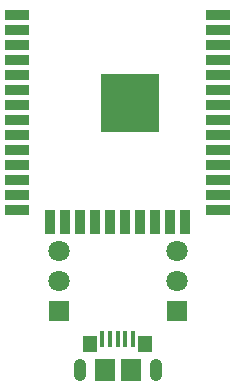
<source format=gbr>
G04 #@! TF.GenerationSoftware,KiCad,Pcbnew,(5.1.10)-1*
G04 #@! TF.CreationDate,2021-11-02T11:53:18+09:00*
G04 #@! TF.ProjectId,fishsensor,66697368-7365-46e7-936f-722e6b696361,rev?*
G04 #@! TF.SameCoordinates,Original*
G04 #@! TF.FileFunction,Soldermask,Bot*
G04 #@! TF.FilePolarity,Negative*
%FSLAX46Y46*%
G04 Gerber Fmt 4.6, Leading zero omitted, Abs format (unit mm)*
G04 Created by KiCad (PCBNEW (5.1.10)-1) date 2021-11-02 11:53:18*
%MOMM*%
%LPD*%
G01*
G04 APERTURE LIST*
%ADD10R,1.150000X1.450000*%
%ADD11O,1.050000X1.900000*%
%ADD12R,1.750000X1.900000*%
%ADD13R,0.400000X1.400000*%
%ADD14R,2.000000X0.900000*%
%ADD15R,0.900000X2.000000*%
%ADD16R,5.000000X5.000000*%
%ADD17C,1.800000*%
%ADD18R,1.800000X1.800000*%
G04 APERTURE END LIST*
D10*
X12320000Y-35320000D03*
X7680000Y-35320000D03*
D11*
X6800000Y-37550000D03*
X13200000Y-37550000D03*
D12*
X11125000Y-37550000D03*
D13*
X10000000Y-34900000D03*
X9350000Y-34900000D03*
X8700000Y-34900000D03*
X11300000Y-34900000D03*
X10650000Y-34900000D03*
D12*
X8875000Y-37550000D03*
D14*
X1500000Y-7445000D03*
X1500000Y-8715000D03*
X1500000Y-9985000D03*
X1500000Y-11255000D03*
X1500000Y-12525000D03*
X1500000Y-13795000D03*
X1500000Y-15065000D03*
X1500000Y-16335000D03*
X1500000Y-17605000D03*
X1500000Y-18875000D03*
X1500000Y-20145000D03*
X1500000Y-21415000D03*
X1500000Y-22685000D03*
X1500000Y-23955000D03*
D15*
X4285000Y-24955000D03*
X5555000Y-24955000D03*
X6825000Y-24955000D03*
X8095000Y-24955000D03*
X9365000Y-24955000D03*
X10635000Y-24955000D03*
X11905000Y-24955000D03*
X13175000Y-24955000D03*
X14445000Y-24955000D03*
X15715000Y-24955000D03*
D14*
X18500000Y-23955000D03*
X18500000Y-22685000D03*
X18500000Y-21415000D03*
X18500000Y-20145000D03*
X18500000Y-18875000D03*
X18500000Y-17605000D03*
X18500000Y-16335000D03*
X18500000Y-15065000D03*
X18500000Y-13795000D03*
X18500000Y-12525000D03*
X18500000Y-11255000D03*
X18500000Y-9985000D03*
X18500000Y-8715000D03*
X18500000Y-7445000D03*
D16*
X11000000Y-14945000D03*
D17*
X15000000Y-27460000D03*
X15000000Y-30000000D03*
D18*
X15000000Y-32540000D03*
D17*
X5000000Y-27460000D03*
X5000000Y-30000000D03*
D18*
X5000000Y-32540000D03*
M02*

</source>
